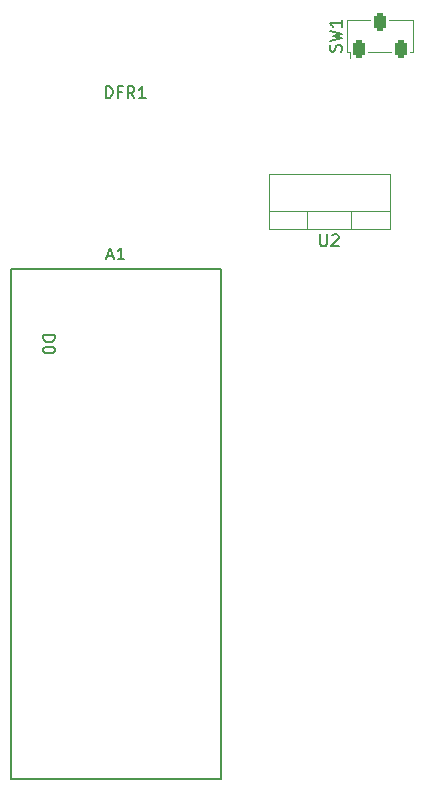
<source format=gto>
%TF.GenerationSoftware,KiCad,Pcbnew,9.0.1*%
%TF.CreationDate,2025-04-20T20:44:27+02:00*%
%TF.ProjectId,Garcouille_V1,47617263-6f75-4696-9c6c-655f56312e6b,rev?*%
%TF.SameCoordinates,Original*%
%TF.FileFunction,Legend,Top*%
%TF.FilePolarity,Positive*%
%FSLAX46Y46*%
G04 Gerber Fmt 4.6, Leading zero omitted, Abs format (unit mm)*
G04 Created by KiCad (PCBNEW 9.0.1) date 2025-04-20 20:44:27*
%MOMM*%
%LPD*%
G01*
G04 APERTURE LIST*
G04 Aperture macros list*
%AMRoundRect*
0 Rectangle with rounded corners*
0 $1 Rounding radius*
0 $2 $3 $4 $5 $6 $7 $8 $9 X,Y pos of 4 corners*
0 Add a 4 corners polygon primitive as box body*
4,1,4,$2,$3,$4,$5,$6,$7,$8,$9,$2,$3,0*
0 Add four circle primitives for the rounded corners*
1,1,$1+$1,$2,$3*
1,1,$1+$1,$4,$5*
1,1,$1+$1,$6,$7*
1,1,$1+$1,$8,$9*
0 Add four rect primitives between the rounded corners*
20,1,$1+$1,$2,$3,$4,$5,0*
20,1,$1+$1,$4,$5,$6,$7,0*
20,1,$1+$1,$6,$7,$8,$9,0*
20,1,$1+$1,$8,$9,$2,$3,0*%
G04 Aperture macros list end*
%ADD10C,0.150000*%
%ADD11C,0.120000*%
%ADD12C,1.500000*%
%ADD13O,1.905000X2.000000*%
%ADD14C,1.524000*%
%ADD15R,1.905000X2.000000*%
%ADD16C,1.800000*%
%ADD17C,1.727200*%
%ADD18R,1.727200X1.727200*%
%ADD19RoundRect,0.250000X-0.250000X-0.550000X0.250000X-0.550000X0.250000X0.550000X-0.250000X0.550000X0*%
G04 APERTURE END LIST*
D10*
X137845895Y-67301019D02*
X137845895Y-68110542D01*
X137845895Y-68110542D02*
X137893514Y-68205780D01*
X137893514Y-68205780D02*
X137941133Y-68253400D01*
X137941133Y-68253400D02*
X138036371Y-68301019D01*
X138036371Y-68301019D02*
X138226847Y-68301019D01*
X138226847Y-68301019D02*
X138322085Y-68253400D01*
X138322085Y-68253400D02*
X138369704Y-68205780D01*
X138369704Y-68205780D02*
X138417323Y-68110542D01*
X138417323Y-68110542D02*
X138417323Y-67301019D01*
X138845895Y-67396257D02*
X138893514Y-67348638D01*
X138893514Y-67348638D02*
X138988752Y-67301019D01*
X138988752Y-67301019D02*
X139226847Y-67301019D01*
X139226847Y-67301019D02*
X139322085Y-67348638D01*
X139322085Y-67348638D02*
X139369704Y-67396257D01*
X139369704Y-67396257D02*
X139417323Y-67491495D01*
X139417323Y-67491495D02*
X139417323Y-67586733D01*
X139417323Y-67586733D02*
X139369704Y-67729590D01*
X139369704Y-67729590D02*
X138798276Y-68301019D01*
X138798276Y-68301019D02*
X139417323Y-68301019D01*
X119845714Y-69149104D02*
X120321904Y-69149104D01*
X119750476Y-69434819D02*
X120083809Y-68434819D01*
X120083809Y-68434819D02*
X120417142Y-69434819D01*
X121274285Y-69434819D02*
X120702857Y-69434819D01*
X120988571Y-69434819D02*
X120988571Y-68434819D01*
X120988571Y-68434819D02*
X120893333Y-68577676D01*
X120893333Y-68577676D02*
X120798095Y-68672914D01*
X120798095Y-68672914D02*
X120702857Y-68720533D01*
X114390180Y-75861905D02*
X115390180Y-75861905D01*
X115390180Y-75861905D02*
X115390180Y-76100000D01*
X115390180Y-76100000D02*
X115342561Y-76242857D01*
X115342561Y-76242857D02*
X115247323Y-76338095D01*
X115247323Y-76338095D02*
X115152085Y-76385714D01*
X115152085Y-76385714D02*
X114961609Y-76433333D01*
X114961609Y-76433333D02*
X114818752Y-76433333D01*
X114818752Y-76433333D02*
X114628276Y-76385714D01*
X114628276Y-76385714D02*
X114533038Y-76338095D01*
X114533038Y-76338095D02*
X114437800Y-76242857D01*
X114437800Y-76242857D02*
X114390180Y-76100000D01*
X114390180Y-76100000D02*
X114390180Y-75861905D01*
X115390180Y-77052381D02*
X115390180Y-77147619D01*
X115390180Y-77147619D02*
X115342561Y-77242857D01*
X115342561Y-77242857D02*
X115294942Y-77290476D01*
X115294942Y-77290476D02*
X115199704Y-77338095D01*
X115199704Y-77338095D02*
X115009228Y-77385714D01*
X115009228Y-77385714D02*
X114771133Y-77385714D01*
X114771133Y-77385714D02*
X114580657Y-77338095D01*
X114580657Y-77338095D02*
X114485419Y-77290476D01*
X114485419Y-77290476D02*
X114437800Y-77242857D01*
X114437800Y-77242857D02*
X114390180Y-77147619D01*
X114390180Y-77147619D02*
X114390180Y-77052381D01*
X114390180Y-77052381D02*
X114437800Y-76957143D01*
X114437800Y-76957143D02*
X114485419Y-76909524D01*
X114485419Y-76909524D02*
X114580657Y-76861905D01*
X114580657Y-76861905D02*
X114771133Y-76814286D01*
X114771133Y-76814286D02*
X115009228Y-76814286D01*
X115009228Y-76814286D02*
X115199704Y-76861905D01*
X115199704Y-76861905D02*
X115294942Y-76909524D01*
X115294942Y-76909524D02*
X115342561Y-76957143D01*
X115342561Y-76957143D02*
X115390180Y-77052381D01*
X119694533Y-55776019D02*
X119694533Y-54776019D01*
X119694533Y-54776019D02*
X119932628Y-54776019D01*
X119932628Y-54776019D02*
X120075485Y-54823638D01*
X120075485Y-54823638D02*
X120170723Y-54918876D01*
X120170723Y-54918876D02*
X120218342Y-55014114D01*
X120218342Y-55014114D02*
X120265961Y-55204590D01*
X120265961Y-55204590D02*
X120265961Y-55347447D01*
X120265961Y-55347447D02*
X120218342Y-55537923D01*
X120218342Y-55537923D02*
X120170723Y-55633161D01*
X120170723Y-55633161D02*
X120075485Y-55728400D01*
X120075485Y-55728400D02*
X119932628Y-55776019D01*
X119932628Y-55776019D02*
X119694533Y-55776019D01*
X121027866Y-55252209D02*
X120694533Y-55252209D01*
X120694533Y-55776019D02*
X120694533Y-54776019D01*
X120694533Y-54776019D02*
X121170723Y-54776019D01*
X122123104Y-55776019D02*
X121789771Y-55299828D01*
X121551676Y-55776019D02*
X121551676Y-54776019D01*
X121551676Y-54776019D02*
X121932628Y-54776019D01*
X121932628Y-54776019D02*
X122027866Y-54823638D01*
X122027866Y-54823638D02*
X122075485Y-54871257D01*
X122075485Y-54871257D02*
X122123104Y-54966495D01*
X122123104Y-54966495D02*
X122123104Y-55109352D01*
X122123104Y-55109352D02*
X122075485Y-55204590D01*
X122075485Y-55204590D02*
X122027866Y-55252209D01*
X122027866Y-55252209D02*
X121932628Y-55299828D01*
X121932628Y-55299828D02*
X121551676Y-55299828D01*
X123075485Y-55776019D02*
X122504057Y-55776019D01*
X122789771Y-55776019D02*
X122789771Y-54776019D01*
X122789771Y-54776019D02*
X122694533Y-54918876D01*
X122694533Y-54918876D02*
X122599295Y-55014114D01*
X122599295Y-55014114D02*
X122504057Y-55061733D01*
X139607600Y-51828532D02*
X139655219Y-51685675D01*
X139655219Y-51685675D02*
X139655219Y-51447580D01*
X139655219Y-51447580D02*
X139607600Y-51352342D01*
X139607600Y-51352342D02*
X139559980Y-51304723D01*
X139559980Y-51304723D02*
X139464742Y-51257104D01*
X139464742Y-51257104D02*
X139369504Y-51257104D01*
X139369504Y-51257104D02*
X139274266Y-51304723D01*
X139274266Y-51304723D02*
X139226647Y-51352342D01*
X139226647Y-51352342D02*
X139179028Y-51447580D01*
X139179028Y-51447580D02*
X139131409Y-51638056D01*
X139131409Y-51638056D02*
X139083790Y-51733294D01*
X139083790Y-51733294D02*
X139036171Y-51780913D01*
X139036171Y-51780913D02*
X138940933Y-51828532D01*
X138940933Y-51828532D02*
X138845695Y-51828532D01*
X138845695Y-51828532D02*
X138750457Y-51780913D01*
X138750457Y-51780913D02*
X138702838Y-51733294D01*
X138702838Y-51733294D02*
X138655219Y-51638056D01*
X138655219Y-51638056D02*
X138655219Y-51399961D01*
X138655219Y-51399961D02*
X138702838Y-51257104D01*
X138655219Y-50923770D02*
X139655219Y-50685675D01*
X139655219Y-50685675D02*
X138940933Y-50495199D01*
X138940933Y-50495199D02*
X139655219Y-50304723D01*
X139655219Y-50304723D02*
X138655219Y-50066628D01*
X139655219Y-49161866D02*
X139655219Y-49733294D01*
X139655219Y-49447580D02*
X138655219Y-49447580D01*
X138655219Y-49447580D02*
X138798076Y-49542818D01*
X138798076Y-49542818D02*
X138893314Y-49638056D01*
X138893314Y-49638056D02*
X138940933Y-49733294D01*
D11*
%TO.C,U2*%
X133487800Y-66846200D02*
X133487800Y-62205200D01*
X136756800Y-66846200D02*
X136756800Y-65336200D01*
X140457800Y-66846200D02*
X140457800Y-65336200D01*
X143727800Y-62205200D02*
X133487800Y-62205200D01*
X143727800Y-65336200D02*
X133487800Y-65336200D01*
X143727800Y-66846200D02*
X133487800Y-66846200D01*
X143727800Y-66846200D02*
X143727800Y-62205200D01*
D10*
%TO.C,A1*%
X111670000Y-70250000D02*
X111670000Y-113430000D01*
X111670000Y-70250000D02*
X129450000Y-70250000D01*
X111670000Y-113430000D02*
X129450000Y-113430000D01*
X129450000Y-70250000D02*
X129450000Y-113430000D01*
D11*
%TO.C,SW1*%
X140090400Y-49135200D02*
X142100400Y-49135200D01*
X140090400Y-51855200D02*
X140090400Y-49135200D01*
X140350400Y-51855200D02*
X140100400Y-51855200D01*
X140350400Y-51855200D02*
X140350400Y-52395200D01*
X141920400Y-51855200D02*
X143880400Y-51855200D01*
X143700400Y-49135200D02*
X145710400Y-49135200D01*
X145710400Y-49145200D02*
X145710400Y-51845200D01*
X145710400Y-51855200D02*
X145450400Y-51855200D01*
%TD*%
D12*
%TO.C,*%
X135991600Y-75082400D03*
%TD*%
%TO.C,*%
X133553200Y-81838800D03*
%TD*%
%TO.C,*%
X133959600Y-102158800D03*
%TD*%
%LPC*%
D13*
%TO.C,*%
X136144000Y-43586400D03*
%TD*%
D14*
%TO.C,*%
X105765600Y-55118000D03*
%TD*%
D12*
%TO.C,*%
X135991600Y-75082400D03*
%TD*%
D15*
%TO.C,U2*%
X141147800Y-63576200D03*
D13*
X138607800Y-63576200D03*
X136067800Y-63576200D03*
%TD*%
%TO.C,*%
X142951200Y-43688000D03*
%TD*%
D16*
%TO.C,A1*%
X112940000Y-71520000D03*
X112940000Y-112160000D03*
X128180000Y-71520000D03*
X128180000Y-112160000D03*
D17*
X128180000Y-107080000D03*
X128180000Y-81680000D03*
X128180000Y-102000000D03*
X128180000Y-99460000D03*
X128180000Y-96920000D03*
X128180000Y-94380000D03*
X128180000Y-91840000D03*
X128180000Y-89300000D03*
X128180000Y-86760000D03*
X128180000Y-84220000D03*
X128180000Y-104540000D03*
X128180000Y-79140000D03*
X112940000Y-76600000D03*
X112940000Y-74060000D03*
X112940000Y-84220000D03*
X112940000Y-86760000D03*
X112940000Y-89300000D03*
X112940000Y-91840000D03*
X112940000Y-94380000D03*
X112940000Y-96920000D03*
X112940000Y-99460000D03*
X112940000Y-102000000D03*
X112940000Y-104540000D03*
X112940000Y-107080000D03*
X112940000Y-109620000D03*
X128180000Y-109620000D03*
D18*
X112940000Y-81680000D03*
X128180000Y-76600000D03*
D17*
X112940000Y-79140000D03*
X128180000Y-74060000D03*
%TD*%
D14*
%TO.C,DFR1*%
X128981200Y-65481200D03*
X128981200Y-62941200D03*
X128981200Y-60401200D03*
X128981200Y-57861200D03*
X128981200Y-55321200D03*
X128981200Y-52781200D03*
X128981200Y-50241200D03*
X128981200Y-47701200D03*
X111201200Y-47701200D03*
X111201200Y-50241200D03*
X111201200Y-52781200D03*
X111201200Y-55321200D03*
X111201200Y-57861200D03*
X111201200Y-60401200D03*
X111201200Y-62941200D03*
X111201200Y-65481200D03*
%TD*%
D12*
%TO.C,*%
X133553200Y-81838800D03*
%TD*%
%TO.C,*%
X133959600Y-102158800D03*
%TD*%
D19*
%TO.C,SW1*%
X141150400Y-51645200D03*
X142900400Y-49345200D03*
X144650400Y-51645200D03*
%TD*%
D14*
%TO.C,*%
X105867200Y-50901600D03*
%TD*%
%LPD*%
M02*

</source>
